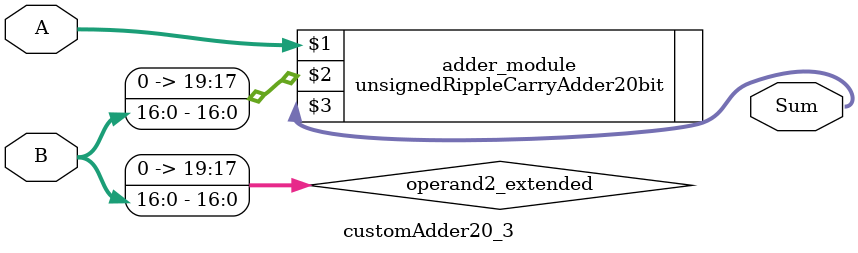
<source format=v>

module customAdder20_3(
                    input [19 : 0] A,
                    input [16 : 0] B,
                    
                    output [20 : 0] Sum
            );

    wire [19 : 0] operand2_extended;
    
    assign operand2_extended =  {3'b0, B};
    
    unsignedRippleCarryAdder20bit adder_module(
        A,
        operand2_extended,
        Sum
    );
    
endmodule
        
</source>
